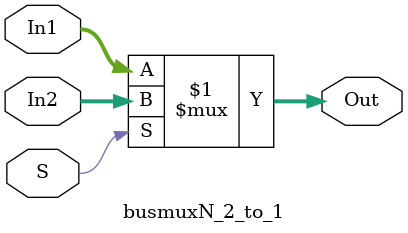
<source format=v>
module busmuxN_2_to_1 #(parameter N = 8)(In1, In2, S, Out);
	input [N-1:0] In1;
	input [N-1:0] In2;
	input S;
	output [N-1:0] Out;
	
	assign Out = S ? In2 : In1;
	
endmodule
</source>
